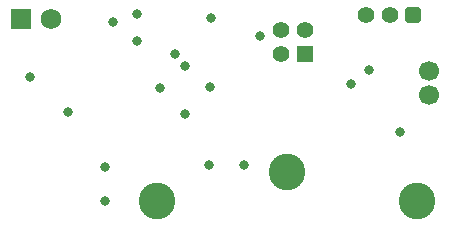
<source format=gbs>
G04*
G04 #@! TF.GenerationSoftware,Altium Limited,Altium Designer,21.8.1 (53)*
G04*
G04 Layer_Color=16711935*
%FSLAX44Y44*%
%MOMM*%
G71*
G04*
G04 #@! TF.SameCoordinates,07770754-C78C-4D38-BC67-4B072819B11E*
G04*
G04*
G04 #@! TF.FilePolarity,Negative*
G04*
G01*
G75*
%ADD27C,1.4000*%
G04:AMPARAMS|DCode=28|XSize=1.4mm|YSize=1.4mm|CornerRadius=0.375mm|HoleSize=0mm|Usage=FLASHONLY|Rotation=0.000|XOffset=0mm|YOffset=0mm|HoleType=Round|Shape=RoundedRectangle|*
%AMROUNDEDRECTD28*
21,1,1.4000,0.6500,0,0,0.0*
21,1,0.6500,1.4000,0,0,0.0*
1,1,0.7500,0.3250,-0.3250*
1,1,0.7500,-0.3250,-0.3250*
1,1,0.7500,-0.3250,0.3250*
1,1,0.7500,0.3250,0.3250*
%
%ADD28ROUNDEDRECTD28*%
%ADD29C,1.7000*%
%ADD30C,3.1000*%
%ADD31R,1.4000X1.4000*%
%ADD32R,1.7500X1.7500*%
%ADD33C,1.7500*%
%ADD34C,0.8000*%
D27*
X797000Y963000D02*
D03*
X817000D02*
D03*
X745000Y950000D02*
D03*
X725000Y930000D02*
D03*
Y950000D02*
D03*
D28*
X837000Y963000D02*
D03*
D29*
X850000Y915000D02*
D03*
Y895000D02*
D03*
D30*
X730000Y830000D02*
D03*
X620000Y805000D02*
D03*
X840000D02*
D03*
D31*
X745000Y930000D02*
D03*
D32*
X505000Y959000D02*
D03*
D33*
X530000D02*
D03*
D34*
X784000Y904000D02*
D03*
X694000Y836000D02*
D03*
X576000Y834000D02*
D03*
Y805000D02*
D03*
X513000Y910000D02*
D03*
X664000Y836000D02*
D03*
X666000Y960000D02*
D03*
X603000Y964000D02*
D03*
X583000Y957000D02*
D03*
X635000Y930000D02*
D03*
X826000Y864000D02*
D03*
X545000Y881000D02*
D03*
X800000Y916000D02*
D03*
X623000Y901000D02*
D03*
X644000Y879000D02*
D03*
Y920000D02*
D03*
X665000Y902000D02*
D03*
X707000Y945000D02*
D03*
X603000Y941000D02*
D03*
M02*

</source>
